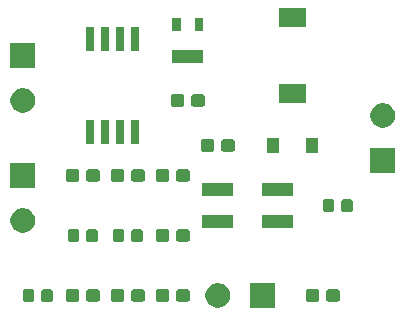
<source format=gbr>
G04 #@! TF.GenerationSoftware,KiCad,Pcbnew,(5.1.2)-1*
G04 #@! TF.CreationDate,2019-09-27T08:17:11+00:00*
G04 #@! TF.ProjectId,lilikitPCB,6c696c69-6b69-4745-9043-422e6b696361,V01*
G04 #@! TF.SameCoordinates,Original*
G04 #@! TF.FileFunction,Soldermask,Top*
G04 #@! TF.FilePolarity,Negative*
%FSLAX46Y46*%
G04 Gerber Fmt 4.6, Leading zero omitted, Abs format (unit mm)*
G04 Created by KiCad (PCBNEW (5.1.2)-1) date 2019-09-27 08:17:11*
%MOMM*%
%LPD*%
G04 APERTURE LIST*
%ADD10C,0.100000*%
G04 APERTURE END LIST*
D10*
G36*
X105190490Y-109000490D02*
G01*
X103089510Y-109000490D01*
X103089510Y-106899510D01*
X105190490Y-106899510D01*
X105190490Y-109000490D01*
X105190490Y-109000490D01*
G37*
G36*
X100636416Y-106939879D02*
G01*
X100827592Y-107019067D01*
X100827594Y-107019068D01*
X100999648Y-107134031D01*
X101145969Y-107280352D01*
X101255329Y-107444020D01*
X101260933Y-107452408D01*
X101340121Y-107643584D01*
X101380490Y-107846534D01*
X101380490Y-108053466D01*
X101340121Y-108256416D01*
X101273668Y-108416847D01*
X101260932Y-108447594D01*
X101145969Y-108619648D01*
X100999648Y-108765969D01*
X100827594Y-108880932D01*
X100827593Y-108880933D01*
X100827592Y-108880933D01*
X100636416Y-108960121D01*
X100433466Y-109000490D01*
X100226534Y-109000490D01*
X100023584Y-108960121D01*
X99832408Y-108880933D01*
X99832407Y-108880933D01*
X99832406Y-108880932D01*
X99660352Y-108765969D01*
X99514031Y-108619648D01*
X99399068Y-108447594D01*
X99386332Y-108416847D01*
X99319879Y-108256416D01*
X99279510Y-108053466D01*
X99279510Y-107846534D01*
X99319879Y-107643584D01*
X99399067Y-107452408D01*
X99404672Y-107444020D01*
X99514031Y-107280352D01*
X99660352Y-107134031D01*
X99832406Y-107019068D01*
X99832408Y-107019067D01*
X100023584Y-106939879D01*
X100226534Y-106899510D01*
X100433466Y-106899510D01*
X100636416Y-106939879D01*
X100636416Y-106939879D01*
G37*
G36*
X110509499Y-107428445D02*
G01*
X110546995Y-107439820D01*
X110581554Y-107458292D01*
X110611847Y-107483153D01*
X110636708Y-107513446D01*
X110655180Y-107548005D01*
X110666555Y-107585501D01*
X110671000Y-107630638D01*
X110671000Y-108269362D01*
X110666555Y-108314499D01*
X110655180Y-108351995D01*
X110636708Y-108386554D01*
X110611847Y-108416847D01*
X110581554Y-108441708D01*
X110546995Y-108460180D01*
X110509499Y-108471555D01*
X110464362Y-108476000D01*
X109725638Y-108476000D01*
X109680501Y-108471555D01*
X109643005Y-108460180D01*
X109608446Y-108441708D01*
X109578153Y-108416847D01*
X109553292Y-108386554D01*
X109534820Y-108351995D01*
X109523445Y-108314499D01*
X109519000Y-108269362D01*
X109519000Y-107630638D01*
X109523445Y-107585501D01*
X109534820Y-107548005D01*
X109553292Y-107513446D01*
X109578153Y-107483153D01*
X109608446Y-107458292D01*
X109643005Y-107439820D01*
X109680501Y-107428445D01*
X109725638Y-107424000D01*
X110464362Y-107424000D01*
X110509499Y-107428445D01*
X110509499Y-107428445D01*
G37*
G36*
X93999499Y-107428445D02*
G01*
X94036995Y-107439820D01*
X94071554Y-107458292D01*
X94101847Y-107483153D01*
X94126708Y-107513446D01*
X94145180Y-107548005D01*
X94156555Y-107585501D01*
X94161000Y-107630638D01*
X94161000Y-108269362D01*
X94156555Y-108314499D01*
X94145180Y-108351995D01*
X94126708Y-108386554D01*
X94101847Y-108416847D01*
X94071554Y-108441708D01*
X94036995Y-108460180D01*
X93999499Y-108471555D01*
X93954362Y-108476000D01*
X93215638Y-108476000D01*
X93170501Y-108471555D01*
X93133005Y-108460180D01*
X93098446Y-108441708D01*
X93068153Y-108416847D01*
X93043292Y-108386554D01*
X93024820Y-108351995D01*
X93013445Y-108314499D01*
X93009000Y-108269362D01*
X93009000Y-107630638D01*
X93013445Y-107585501D01*
X93024820Y-107548005D01*
X93043292Y-107513446D01*
X93068153Y-107483153D01*
X93098446Y-107458292D01*
X93133005Y-107439820D01*
X93170501Y-107428445D01*
X93215638Y-107424000D01*
X93954362Y-107424000D01*
X93999499Y-107428445D01*
X93999499Y-107428445D01*
G37*
G36*
X92249499Y-107428445D02*
G01*
X92286995Y-107439820D01*
X92321554Y-107458292D01*
X92351847Y-107483153D01*
X92376708Y-107513446D01*
X92395180Y-107548005D01*
X92406555Y-107585501D01*
X92411000Y-107630638D01*
X92411000Y-108269362D01*
X92406555Y-108314499D01*
X92395180Y-108351995D01*
X92376708Y-108386554D01*
X92351847Y-108416847D01*
X92321554Y-108441708D01*
X92286995Y-108460180D01*
X92249499Y-108471555D01*
X92204362Y-108476000D01*
X91465638Y-108476000D01*
X91420501Y-108471555D01*
X91383005Y-108460180D01*
X91348446Y-108441708D01*
X91318153Y-108416847D01*
X91293292Y-108386554D01*
X91274820Y-108351995D01*
X91263445Y-108314499D01*
X91259000Y-108269362D01*
X91259000Y-107630638D01*
X91263445Y-107585501D01*
X91274820Y-107548005D01*
X91293292Y-107513446D01*
X91318153Y-107483153D01*
X91348446Y-107458292D01*
X91383005Y-107439820D01*
X91420501Y-107428445D01*
X91465638Y-107424000D01*
X92204362Y-107424000D01*
X92249499Y-107428445D01*
X92249499Y-107428445D01*
G37*
G36*
X86219591Y-107428085D02*
G01*
X86253569Y-107438393D01*
X86284890Y-107455134D01*
X86312339Y-107477661D01*
X86334866Y-107505110D01*
X86351607Y-107536431D01*
X86361915Y-107570409D01*
X86366000Y-107611890D01*
X86366000Y-108288110D01*
X86361915Y-108329591D01*
X86351607Y-108363569D01*
X86334866Y-108394890D01*
X86312339Y-108422339D01*
X86284890Y-108444866D01*
X86253569Y-108461607D01*
X86219591Y-108471915D01*
X86178110Y-108476000D01*
X85576890Y-108476000D01*
X85535409Y-108471915D01*
X85501431Y-108461607D01*
X85470110Y-108444866D01*
X85442661Y-108422339D01*
X85420134Y-108394890D01*
X85403393Y-108363569D01*
X85393085Y-108329591D01*
X85389000Y-108288110D01*
X85389000Y-107611890D01*
X85393085Y-107570409D01*
X85403393Y-107536431D01*
X85420134Y-107505110D01*
X85442661Y-107477661D01*
X85470110Y-107455134D01*
X85501431Y-107438393D01*
X85535409Y-107428085D01*
X85576890Y-107424000D01*
X86178110Y-107424000D01*
X86219591Y-107428085D01*
X86219591Y-107428085D01*
G37*
G36*
X84644591Y-107428085D02*
G01*
X84678569Y-107438393D01*
X84709890Y-107455134D01*
X84737339Y-107477661D01*
X84759866Y-107505110D01*
X84776607Y-107536431D01*
X84786915Y-107570409D01*
X84791000Y-107611890D01*
X84791000Y-108288110D01*
X84786915Y-108329591D01*
X84776607Y-108363569D01*
X84759866Y-108394890D01*
X84737339Y-108422339D01*
X84709890Y-108444866D01*
X84678569Y-108461607D01*
X84644591Y-108471915D01*
X84603110Y-108476000D01*
X84001890Y-108476000D01*
X83960409Y-108471915D01*
X83926431Y-108461607D01*
X83895110Y-108444866D01*
X83867661Y-108422339D01*
X83845134Y-108394890D01*
X83828393Y-108363569D01*
X83818085Y-108329591D01*
X83814000Y-108288110D01*
X83814000Y-107611890D01*
X83818085Y-107570409D01*
X83828393Y-107536431D01*
X83845134Y-107505110D01*
X83867661Y-107477661D01*
X83895110Y-107455134D01*
X83926431Y-107438393D01*
X83960409Y-107428085D01*
X84001890Y-107424000D01*
X84603110Y-107424000D01*
X84644591Y-107428085D01*
X84644591Y-107428085D01*
G37*
G36*
X97809499Y-107428445D02*
G01*
X97846995Y-107439820D01*
X97881554Y-107458292D01*
X97911847Y-107483153D01*
X97936708Y-107513446D01*
X97955180Y-107548005D01*
X97966555Y-107585501D01*
X97971000Y-107630638D01*
X97971000Y-108269362D01*
X97966555Y-108314499D01*
X97955180Y-108351995D01*
X97936708Y-108386554D01*
X97911847Y-108416847D01*
X97881554Y-108441708D01*
X97846995Y-108460180D01*
X97809499Y-108471555D01*
X97764362Y-108476000D01*
X97025638Y-108476000D01*
X96980501Y-108471555D01*
X96943005Y-108460180D01*
X96908446Y-108441708D01*
X96878153Y-108416847D01*
X96853292Y-108386554D01*
X96834820Y-108351995D01*
X96823445Y-108314499D01*
X96819000Y-108269362D01*
X96819000Y-107630638D01*
X96823445Y-107585501D01*
X96834820Y-107548005D01*
X96853292Y-107513446D01*
X96878153Y-107483153D01*
X96908446Y-107458292D01*
X96943005Y-107439820D01*
X96980501Y-107428445D01*
X97025638Y-107424000D01*
X97764362Y-107424000D01*
X97809499Y-107428445D01*
X97809499Y-107428445D01*
G37*
G36*
X96059499Y-107428445D02*
G01*
X96096995Y-107439820D01*
X96131554Y-107458292D01*
X96161847Y-107483153D01*
X96186708Y-107513446D01*
X96205180Y-107548005D01*
X96216555Y-107585501D01*
X96221000Y-107630638D01*
X96221000Y-108269362D01*
X96216555Y-108314499D01*
X96205180Y-108351995D01*
X96186708Y-108386554D01*
X96161847Y-108416847D01*
X96131554Y-108441708D01*
X96096995Y-108460180D01*
X96059499Y-108471555D01*
X96014362Y-108476000D01*
X95275638Y-108476000D01*
X95230501Y-108471555D01*
X95193005Y-108460180D01*
X95158446Y-108441708D01*
X95128153Y-108416847D01*
X95103292Y-108386554D01*
X95084820Y-108351995D01*
X95073445Y-108314499D01*
X95069000Y-108269362D01*
X95069000Y-107630638D01*
X95073445Y-107585501D01*
X95084820Y-107548005D01*
X95103292Y-107513446D01*
X95128153Y-107483153D01*
X95158446Y-107458292D01*
X95193005Y-107439820D01*
X95230501Y-107428445D01*
X95275638Y-107424000D01*
X96014362Y-107424000D01*
X96059499Y-107428445D01*
X96059499Y-107428445D01*
G37*
G36*
X88439499Y-107428445D02*
G01*
X88476995Y-107439820D01*
X88511554Y-107458292D01*
X88541847Y-107483153D01*
X88566708Y-107513446D01*
X88585180Y-107548005D01*
X88596555Y-107585501D01*
X88601000Y-107630638D01*
X88601000Y-108269362D01*
X88596555Y-108314499D01*
X88585180Y-108351995D01*
X88566708Y-108386554D01*
X88541847Y-108416847D01*
X88511554Y-108441708D01*
X88476995Y-108460180D01*
X88439499Y-108471555D01*
X88394362Y-108476000D01*
X87655638Y-108476000D01*
X87610501Y-108471555D01*
X87573005Y-108460180D01*
X87538446Y-108441708D01*
X87508153Y-108416847D01*
X87483292Y-108386554D01*
X87464820Y-108351995D01*
X87453445Y-108314499D01*
X87449000Y-108269362D01*
X87449000Y-107630638D01*
X87453445Y-107585501D01*
X87464820Y-107548005D01*
X87483292Y-107513446D01*
X87508153Y-107483153D01*
X87538446Y-107458292D01*
X87573005Y-107439820D01*
X87610501Y-107428445D01*
X87655638Y-107424000D01*
X88394362Y-107424000D01*
X88439499Y-107428445D01*
X88439499Y-107428445D01*
G37*
G36*
X90189499Y-107428445D02*
G01*
X90226995Y-107439820D01*
X90261554Y-107458292D01*
X90291847Y-107483153D01*
X90316708Y-107513446D01*
X90335180Y-107548005D01*
X90346555Y-107585501D01*
X90351000Y-107630638D01*
X90351000Y-108269362D01*
X90346555Y-108314499D01*
X90335180Y-108351995D01*
X90316708Y-108386554D01*
X90291847Y-108416847D01*
X90261554Y-108441708D01*
X90226995Y-108460180D01*
X90189499Y-108471555D01*
X90144362Y-108476000D01*
X89405638Y-108476000D01*
X89360501Y-108471555D01*
X89323005Y-108460180D01*
X89288446Y-108441708D01*
X89258153Y-108416847D01*
X89233292Y-108386554D01*
X89214820Y-108351995D01*
X89203445Y-108314499D01*
X89199000Y-108269362D01*
X89199000Y-107630638D01*
X89203445Y-107585501D01*
X89214820Y-107548005D01*
X89233292Y-107513446D01*
X89258153Y-107483153D01*
X89288446Y-107458292D01*
X89323005Y-107439820D01*
X89360501Y-107428445D01*
X89405638Y-107424000D01*
X90144362Y-107424000D01*
X90189499Y-107428445D01*
X90189499Y-107428445D01*
G37*
G36*
X108759499Y-107428445D02*
G01*
X108796995Y-107439820D01*
X108831554Y-107458292D01*
X108861847Y-107483153D01*
X108886708Y-107513446D01*
X108905180Y-107548005D01*
X108916555Y-107585501D01*
X108921000Y-107630638D01*
X108921000Y-108269362D01*
X108916555Y-108314499D01*
X108905180Y-108351995D01*
X108886708Y-108386554D01*
X108861847Y-108416847D01*
X108831554Y-108441708D01*
X108796995Y-108460180D01*
X108759499Y-108471555D01*
X108714362Y-108476000D01*
X107975638Y-108476000D01*
X107930501Y-108471555D01*
X107893005Y-108460180D01*
X107858446Y-108441708D01*
X107828153Y-108416847D01*
X107803292Y-108386554D01*
X107784820Y-108351995D01*
X107773445Y-108314499D01*
X107769000Y-108269362D01*
X107769000Y-107630638D01*
X107773445Y-107585501D01*
X107784820Y-107548005D01*
X107803292Y-107513446D01*
X107828153Y-107483153D01*
X107858446Y-107458292D01*
X107893005Y-107439820D01*
X107930501Y-107428445D01*
X107975638Y-107424000D01*
X108714362Y-107424000D01*
X108759499Y-107428445D01*
X108759499Y-107428445D01*
G37*
G36*
X88454591Y-102348085D02*
G01*
X88488569Y-102358393D01*
X88519890Y-102375134D01*
X88547339Y-102397661D01*
X88569866Y-102425110D01*
X88586607Y-102456431D01*
X88596915Y-102490409D01*
X88601000Y-102531890D01*
X88601000Y-103208110D01*
X88596915Y-103249591D01*
X88586607Y-103283569D01*
X88569866Y-103314890D01*
X88547339Y-103342339D01*
X88519890Y-103364866D01*
X88488569Y-103381607D01*
X88454591Y-103391915D01*
X88413110Y-103396000D01*
X87811890Y-103396000D01*
X87770409Y-103391915D01*
X87736431Y-103381607D01*
X87705110Y-103364866D01*
X87677661Y-103342339D01*
X87655134Y-103314890D01*
X87638393Y-103283569D01*
X87628085Y-103249591D01*
X87624000Y-103208110D01*
X87624000Y-102531890D01*
X87628085Y-102490409D01*
X87638393Y-102456431D01*
X87655134Y-102425110D01*
X87677661Y-102397661D01*
X87705110Y-102375134D01*
X87736431Y-102358393D01*
X87770409Y-102348085D01*
X87811890Y-102344000D01*
X88413110Y-102344000D01*
X88454591Y-102348085D01*
X88454591Y-102348085D01*
G37*
G36*
X96059499Y-102348445D02*
G01*
X96096995Y-102359820D01*
X96131554Y-102378292D01*
X96161847Y-102403153D01*
X96186708Y-102433446D01*
X96205180Y-102468005D01*
X96216555Y-102505501D01*
X96221000Y-102550638D01*
X96221000Y-103189362D01*
X96216555Y-103234499D01*
X96205180Y-103271995D01*
X96186708Y-103306554D01*
X96161847Y-103336847D01*
X96131554Y-103361708D01*
X96096995Y-103380180D01*
X96059499Y-103391555D01*
X96014362Y-103396000D01*
X95275638Y-103396000D01*
X95230501Y-103391555D01*
X95193005Y-103380180D01*
X95158446Y-103361708D01*
X95128153Y-103336847D01*
X95103292Y-103306554D01*
X95084820Y-103271995D01*
X95073445Y-103234499D01*
X95069000Y-103189362D01*
X95069000Y-102550638D01*
X95073445Y-102505501D01*
X95084820Y-102468005D01*
X95103292Y-102433446D01*
X95128153Y-102403153D01*
X95158446Y-102378292D01*
X95193005Y-102359820D01*
X95230501Y-102348445D01*
X95275638Y-102344000D01*
X96014362Y-102344000D01*
X96059499Y-102348445D01*
X96059499Y-102348445D01*
G37*
G36*
X97809499Y-102348445D02*
G01*
X97846995Y-102359820D01*
X97881554Y-102378292D01*
X97911847Y-102403153D01*
X97936708Y-102433446D01*
X97955180Y-102468005D01*
X97966555Y-102505501D01*
X97971000Y-102550638D01*
X97971000Y-103189362D01*
X97966555Y-103234499D01*
X97955180Y-103271995D01*
X97936708Y-103306554D01*
X97911847Y-103336847D01*
X97881554Y-103361708D01*
X97846995Y-103380180D01*
X97809499Y-103391555D01*
X97764362Y-103396000D01*
X97025638Y-103396000D01*
X96980501Y-103391555D01*
X96943005Y-103380180D01*
X96908446Y-103361708D01*
X96878153Y-103336847D01*
X96853292Y-103306554D01*
X96834820Y-103271995D01*
X96823445Y-103234499D01*
X96819000Y-103189362D01*
X96819000Y-102550638D01*
X96823445Y-102505501D01*
X96834820Y-102468005D01*
X96853292Y-102433446D01*
X96878153Y-102403153D01*
X96908446Y-102378292D01*
X96943005Y-102359820D01*
X96980501Y-102348445D01*
X97025638Y-102344000D01*
X97764362Y-102344000D01*
X97809499Y-102348445D01*
X97809499Y-102348445D01*
G37*
G36*
X92264591Y-102348085D02*
G01*
X92298569Y-102358393D01*
X92329890Y-102375134D01*
X92357339Y-102397661D01*
X92379866Y-102425110D01*
X92396607Y-102456431D01*
X92406915Y-102490409D01*
X92411000Y-102531890D01*
X92411000Y-103208110D01*
X92406915Y-103249591D01*
X92396607Y-103283569D01*
X92379866Y-103314890D01*
X92357339Y-103342339D01*
X92329890Y-103364866D01*
X92298569Y-103381607D01*
X92264591Y-103391915D01*
X92223110Y-103396000D01*
X91621890Y-103396000D01*
X91580409Y-103391915D01*
X91546431Y-103381607D01*
X91515110Y-103364866D01*
X91487661Y-103342339D01*
X91465134Y-103314890D01*
X91448393Y-103283569D01*
X91438085Y-103249591D01*
X91434000Y-103208110D01*
X91434000Y-102531890D01*
X91438085Y-102490409D01*
X91448393Y-102456431D01*
X91465134Y-102425110D01*
X91487661Y-102397661D01*
X91515110Y-102375134D01*
X91546431Y-102358393D01*
X91580409Y-102348085D01*
X91621890Y-102344000D01*
X92223110Y-102344000D01*
X92264591Y-102348085D01*
X92264591Y-102348085D01*
G37*
G36*
X93839591Y-102348085D02*
G01*
X93873569Y-102358393D01*
X93904890Y-102375134D01*
X93932339Y-102397661D01*
X93954866Y-102425110D01*
X93971607Y-102456431D01*
X93981915Y-102490409D01*
X93986000Y-102531890D01*
X93986000Y-103208110D01*
X93981915Y-103249591D01*
X93971607Y-103283569D01*
X93954866Y-103314890D01*
X93932339Y-103342339D01*
X93904890Y-103364866D01*
X93873569Y-103381607D01*
X93839591Y-103391915D01*
X93798110Y-103396000D01*
X93196890Y-103396000D01*
X93155409Y-103391915D01*
X93121431Y-103381607D01*
X93090110Y-103364866D01*
X93062661Y-103342339D01*
X93040134Y-103314890D01*
X93023393Y-103283569D01*
X93013085Y-103249591D01*
X93009000Y-103208110D01*
X93009000Y-102531890D01*
X93013085Y-102490409D01*
X93023393Y-102456431D01*
X93040134Y-102425110D01*
X93062661Y-102397661D01*
X93090110Y-102375134D01*
X93121431Y-102358393D01*
X93155409Y-102348085D01*
X93196890Y-102344000D01*
X93798110Y-102344000D01*
X93839591Y-102348085D01*
X93839591Y-102348085D01*
G37*
G36*
X90029591Y-102348085D02*
G01*
X90063569Y-102358393D01*
X90094890Y-102375134D01*
X90122339Y-102397661D01*
X90144866Y-102425110D01*
X90161607Y-102456431D01*
X90171915Y-102490409D01*
X90176000Y-102531890D01*
X90176000Y-103208110D01*
X90171915Y-103249591D01*
X90161607Y-103283569D01*
X90144866Y-103314890D01*
X90122339Y-103342339D01*
X90094890Y-103364866D01*
X90063569Y-103381607D01*
X90029591Y-103391915D01*
X89988110Y-103396000D01*
X89386890Y-103396000D01*
X89345409Y-103391915D01*
X89311431Y-103381607D01*
X89280110Y-103364866D01*
X89252661Y-103342339D01*
X89230134Y-103314890D01*
X89213393Y-103283569D01*
X89203085Y-103249591D01*
X89199000Y-103208110D01*
X89199000Y-102531890D01*
X89203085Y-102490409D01*
X89213393Y-102456431D01*
X89230134Y-102425110D01*
X89252661Y-102397661D01*
X89280110Y-102375134D01*
X89311431Y-102358393D01*
X89345409Y-102348085D01*
X89386890Y-102344000D01*
X89988110Y-102344000D01*
X90029591Y-102348085D01*
X90029591Y-102348085D01*
G37*
G36*
X84126416Y-100589879D02*
G01*
X84317592Y-100669067D01*
X84317594Y-100669068D01*
X84371699Y-100705220D01*
X84489648Y-100784031D01*
X84635969Y-100930352D01*
X84750933Y-101102408D01*
X84830121Y-101293584D01*
X84870490Y-101496534D01*
X84870490Y-101703466D01*
X84830121Y-101906416D01*
X84750933Y-102097592D01*
X84750932Y-102097594D01*
X84635969Y-102269648D01*
X84489648Y-102415969D01*
X84317594Y-102530932D01*
X84317593Y-102530933D01*
X84317592Y-102530933D01*
X84126416Y-102610121D01*
X83923466Y-102650490D01*
X83716534Y-102650490D01*
X83513584Y-102610121D01*
X83322408Y-102530933D01*
X83322407Y-102530933D01*
X83322406Y-102530932D01*
X83150352Y-102415969D01*
X83004031Y-102269648D01*
X82889068Y-102097594D01*
X82889067Y-102097592D01*
X82809879Y-101906416D01*
X82769510Y-101703466D01*
X82769510Y-101496534D01*
X82809879Y-101293584D01*
X82889067Y-101102408D01*
X83004031Y-100930352D01*
X83150352Y-100784031D01*
X83268301Y-100705220D01*
X83322406Y-100669068D01*
X83322408Y-100669067D01*
X83513584Y-100589879D01*
X83716534Y-100549510D01*
X83923466Y-100549510D01*
X84126416Y-100589879D01*
X84126416Y-100589879D01*
G37*
G36*
X101631000Y-102256000D02*
G01*
X99029000Y-102256000D01*
X99029000Y-101104000D01*
X101631000Y-101104000D01*
X101631000Y-102256000D01*
X101631000Y-102256000D01*
G37*
G36*
X106711000Y-102256000D02*
G01*
X104109000Y-102256000D01*
X104109000Y-101104000D01*
X106711000Y-101104000D01*
X106711000Y-102256000D01*
X106711000Y-102256000D01*
G37*
G36*
X110044591Y-99808085D02*
G01*
X110078569Y-99818393D01*
X110109890Y-99835134D01*
X110137339Y-99857661D01*
X110159866Y-99885110D01*
X110176607Y-99916431D01*
X110186915Y-99950409D01*
X110191000Y-99991890D01*
X110191000Y-100668110D01*
X110186915Y-100709591D01*
X110176607Y-100743569D01*
X110159866Y-100774890D01*
X110137339Y-100802339D01*
X110109890Y-100824866D01*
X110078569Y-100841607D01*
X110044591Y-100851915D01*
X110003110Y-100856000D01*
X109401890Y-100856000D01*
X109360409Y-100851915D01*
X109326431Y-100841607D01*
X109295110Y-100824866D01*
X109267661Y-100802339D01*
X109245134Y-100774890D01*
X109228393Y-100743569D01*
X109218085Y-100709591D01*
X109214000Y-100668110D01*
X109214000Y-99991890D01*
X109218085Y-99950409D01*
X109228393Y-99916431D01*
X109245134Y-99885110D01*
X109267661Y-99857661D01*
X109295110Y-99835134D01*
X109326431Y-99818393D01*
X109360409Y-99808085D01*
X109401890Y-99804000D01*
X110003110Y-99804000D01*
X110044591Y-99808085D01*
X110044591Y-99808085D01*
G37*
G36*
X111619591Y-99808085D02*
G01*
X111653569Y-99818393D01*
X111684890Y-99835134D01*
X111712339Y-99857661D01*
X111734866Y-99885110D01*
X111751607Y-99916431D01*
X111761915Y-99950409D01*
X111766000Y-99991890D01*
X111766000Y-100668110D01*
X111761915Y-100709591D01*
X111751607Y-100743569D01*
X111734866Y-100774890D01*
X111712339Y-100802339D01*
X111684890Y-100824866D01*
X111653569Y-100841607D01*
X111619591Y-100851915D01*
X111578110Y-100856000D01*
X110976890Y-100856000D01*
X110935409Y-100851915D01*
X110901431Y-100841607D01*
X110870110Y-100824866D01*
X110842661Y-100802339D01*
X110820134Y-100774890D01*
X110803393Y-100743569D01*
X110793085Y-100709591D01*
X110789000Y-100668110D01*
X110789000Y-99991890D01*
X110793085Y-99950409D01*
X110803393Y-99916431D01*
X110820134Y-99885110D01*
X110842661Y-99857661D01*
X110870110Y-99835134D01*
X110901431Y-99818393D01*
X110935409Y-99808085D01*
X110976890Y-99804000D01*
X111578110Y-99804000D01*
X111619591Y-99808085D01*
X111619591Y-99808085D01*
G37*
G36*
X101631000Y-99556000D02*
G01*
X99029000Y-99556000D01*
X99029000Y-98404000D01*
X101631000Y-98404000D01*
X101631000Y-99556000D01*
X101631000Y-99556000D01*
G37*
G36*
X106711000Y-99556000D02*
G01*
X104109000Y-99556000D01*
X104109000Y-98404000D01*
X106711000Y-98404000D01*
X106711000Y-99556000D01*
X106711000Y-99556000D01*
G37*
G36*
X84870490Y-98840490D02*
G01*
X82769510Y-98840490D01*
X82769510Y-96739510D01*
X84870490Y-96739510D01*
X84870490Y-98840490D01*
X84870490Y-98840490D01*
G37*
G36*
X88439499Y-97268445D02*
G01*
X88476995Y-97279820D01*
X88511554Y-97298292D01*
X88541847Y-97323153D01*
X88566708Y-97353446D01*
X88585180Y-97388005D01*
X88596555Y-97425501D01*
X88601000Y-97470638D01*
X88601000Y-98109362D01*
X88596555Y-98154499D01*
X88585180Y-98191995D01*
X88566708Y-98226554D01*
X88541847Y-98256847D01*
X88511554Y-98281708D01*
X88476995Y-98300180D01*
X88439499Y-98311555D01*
X88394362Y-98316000D01*
X87655638Y-98316000D01*
X87610501Y-98311555D01*
X87573005Y-98300180D01*
X87538446Y-98281708D01*
X87508153Y-98256847D01*
X87483292Y-98226554D01*
X87464820Y-98191995D01*
X87453445Y-98154499D01*
X87449000Y-98109362D01*
X87449000Y-97470638D01*
X87453445Y-97425501D01*
X87464820Y-97388005D01*
X87483292Y-97353446D01*
X87508153Y-97323153D01*
X87538446Y-97298292D01*
X87573005Y-97279820D01*
X87610501Y-97268445D01*
X87655638Y-97264000D01*
X88394362Y-97264000D01*
X88439499Y-97268445D01*
X88439499Y-97268445D01*
G37*
G36*
X93999499Y-97268445D02*
G01*
X94036995Y-97279820D01*
X94071554Y-97298292D01*
X94101847Y-97323153D01*
X94126708Y-97353446D01*
X94145180Y-97388005D01*
X94156555Y-97425501D01*
X94161000Y-97470638D01*
X94161000Y-98109362D01*
X94156555Y-98154499D01*
X94145180Y-98191995D01*
X94126708Y-98226554D01*
X94101847Y-98256847D01*
X94071554Y-98281708D01*
X94036995Y-98300180D01*
X93999499Y-98311555D01*
X93954362Y-98316000D01*
X93215638Y-98316000D01*
X93170501Y-98311555D01*
X93133005Y-98300180D01*
X93098446Y-98281708D01*
X93068153Y-98256847D01*
X93043292Y-98226554D01*
X93024820Y-98191995D01*
X93013445Y-98154499D01*
X93009000Y-98109362D01*
X93009000Y-97470638D01*
X93013445Y-97425501D01*
X93024820Y-97388005D01*
X93043292Y-97353446D01*
X93068153Y-97323153D01*
X93098446Y-97298292D01*
X93133005Y-97279820D01*
X93170501Y-97268445D01*
X93215638Y-97264000D01*
X93954362Y-97264000D01*
X93999499Y-97268445D01*
X93999499Y-97268445D01*
G37*
G36*
X96059499Y-97268445D02*
G01*
X96096995Y-97279820D01*
X96131554Y-97298292D01*
X96161847Y-97323153D01*
X96186708Y-97353446D01*
X96205180Y-97388005D01*
X96216555Y-97425501D01*
X96221000Y-97470638D01*
X96221000Y-98109362D01*
X96216555Y-98154499D01*
X96205180Y-98191995D01*
X96186708Y-98226554D01*
X96161847Y-98256847D01*
X96131554Y-98281708D01*
X96096995Y-98300180D01*
X96059499Y-98311555D01*
X96014362Y-98316000D01*
X95275638Y-98316000D01*
X95230501Y-98311555D01*
X95193005Y-98300180D01*
X95158446Y-98281708D01*
X95128153Y-98256847D01*
X95103292Y-98226554D01*
X95084820Y-98191995D01*
X95073445Y-98154499D01*
X95069000Y-98109362D01*
X95069000Y-97470638D01*
X95073445Y-97425501D01*
X95084820Y-97388005D01*
X95103292Y-97353446D01*
X95128153Y-97323153D01*
X95158446Y-97298292D01*
X95193005Y-97279820D01*
X95230501Y-97268445D01*
X95275638Y-97264000D01*
X96014362Y-97264000D01*
X96059499Y-97268445D01*
X96059499Y-97268445D01*
G37*
G36*
X90189499Y-97268445D02*
G01*
X90226995Y-97279820D01*
X90261554Y-97298292D01*
X90291847Y-97323153D01*
X90316708Y-97353446D01*
X90335180Y-97388005D01*
X90346555Y-97425501D01*
X90351000Y-97470638D01*
X90351000Y-98109362D01*
X90346555Y-98154499D01*
X90335180Y-98191995D01*
X90316708Y-98226554D01*
X90291847Y-98256847D01*
X90261554Y-98281708D01*
X90226995Y-98300180D01*
X90189499Y-98311555D01*
X90144362Y-98316000D01*
X89405638Y-98316000D01*
X89360501Y-98311555D01*
X89323005Y-98300180D01*
X89288446Y-98281708D01*
X89258153Y-98256847D01*
X89233292Y-98226554D01*
X89214820Y-98191995D01*
X89203445Y-98154499D01*
X89199000Y-98109362D01*
X89199000Y-97470638D01*
X89203445Y-97425501D01*
X89214820Y-97388005D01*
X89233292Y-97353446D01*
X89258153Y-97323153D01*
X89288446Y-97298292D01*
X89323005Y-97279820D01*
X89360501Y-97268445D01*
X89405638Y-97264000D01*
X90144362Y-97264000D01*
X90189499Y-97268445D01*
X90189499Y-97268445D01*
G37*
G36*
X92249499Y-97268445D02*
G01*
X92286995Y-97279820D01*
X92321554Y-97298292D01*
X92351847Y-97323153D01*
X92376708Y-97353446D01*
X92395180Y-97388005D01*
X92406555Y-97425501D01*
X92411000Y-97470638D01*
X92411000Y-98109362D01*
X92406555Y-98154499D01*
X92395180Y-98191995D01*
X92376708Y-98226554D01*
X92351847Y-98256847D01*
X92321554Y-98281708D01*
X92286995Y-98300180D01*
X92249499Y-98311555D01*
X92204362Y-98316000D01*
X91465638Y-98316000D01*
X91420501Y-98311555D01*
X91383005Y-98300180D01*
X91348446Y-98281708D01*
X91318153Y-98256847D01*
X91293292Y-98226554D01*
X91274820Y-98191995D01*
X91263445Y-98154499D01*
X91259000Y-98109362D01*
X91259000Y-97470638D01*
X91263445Y-97425501D01*
X91274820Y-97388005D01*
X91293292Y-97353446D01*
X91318153Y-97323153D01*
X91348446Y-97298292D01*
X91383005Y-97279820D01*
X91420501Y-97268445D01*
X91465638Y-97264000D01*
X92204362Y-97264000D01*
X92249499Y-97268445D01*
X92249499Y-97268445D01*
G37*
G36*
X97809499Y-97268445D02*
G01*
X97846995Y-97279820D01*
X97881554Y-97298292D01*
X97911847Y-97323153D01*
X97936708Y-97353446D01*
X97955180Y-97388005D01*
X97966555Y-97425501D01*
X97971000Y-97470638D01*
X97971000Y-98109362D01*
X97966555Y-98154499D01*
X97955180Y-98191995D01*
X97936708Y-98226554D01*
X97911847Y-98256847D01*
X97881554Y-98281708D01*
X97846995Y-98300180D01*
X97809499Y-98311555D01*
X97764362Y-98316000D01*
X97025638Y-98316000D01*
X96980501Y-98311555D01*
X96943005Y-98300180D01*
X96908446Y-98281708D01*
X96878153Y-98256847D01*
X96853292Y-98226554D01*
X96834820Y-98191995D01*
X96823445Y-98154499D01*
X96819000Y-98109362D01*
X96819000Y-97470638D01*
X96823445Y-97425501D01*
X96834820Y-97388005D01*
X96853292Y-97353446D01*
X96878153Y-97323153D01*
X96908446Y-97298292D01*
X96943005Y-97279820D01*
X96980501Y-97268445D01*
X97025638Y-97264000D01*
X97764362Y-97264000D01*
X97809499Y-97268445D01*
X97809499Y-97268445D01*
G37*
G36*
X115350490Y-97570490D02*
G01*
X113249510Y-97570490D01*
X113249510Y-95469510D01*
X115350490Y-95469510D01*
X115350490Y-97570490D01*
X115350490Y-97570490D01*
G37*
G36*
X105531000Y-95901000D02*
G01*
X104529000Y-95901000D01*
X104529000Y-94599000D01*
X105531000Y-94599000D01*
X105531000Y-95901000D01*
X105531000Y-95901000D01*
G37*
G36*
X108831000Y-95901000D02*
G01*
X107829000Y-95901000D01*
X107829000Y-94599000D01*
X108831000Y-94599000D01*
X108831000Y-95901000D01*
X108831000Y-95901000D01*
G37*
G36*
X101619499Y-94728445D02*
G01*
X101656995Y-94739820D01*
X101691554Y-94758292D01*
X101721847Y-94783153D01*
X101746708Y-94813446D01*
X101765180Y-94848005D01*
X101776555Y-94885501D01*
X101781000Y-94930638D01*
X101781000Y-95569362D01*
X101776555Y-95614499D01*
X101765180Y-95651995D01*
X101746708Y-95686554D01*
X101721847Y-95716847D01*
X101691554Y-95741708D01*
X101656995Y-95760180D01*
X101619499Y-95771555D01*
X101574362Y-95776000D01*
X100835638Y-95776000D01*
X100790501Y-95771555D01*
X100753005Y-95760180D01*
X100718446Y-95741708D01*
X100688153Y-95716847D01*
X100663292Y-95686554D01*
X100644820Y-95651995D01*
X100633445Y-95614499D01*
X100629000Y-95569362D01*
X100629000Y-94930638D01*
X100633445Y-94885501D01*
X100644820Y-94848005D01*
X100663292Y-94813446D01*
X100688153Y-94783153D01*
X100718446Y-94758292D01*
X100753005Y-94739820D01*
X100790501Y-94728445D01*
X100835638Y-94724000D01*
X101574362Y-94724000D01*
X101619499Y-94728445D01*
X101619499Y-94728445D01*
G37*
G36*
X99869499Y-94728445D02*
G01*
X99906995Y-94739820D01*
X99941554Y-94758292D01*
X99971847Y-94783153D01*
X99996708Y-94813446D01*
X100015180Y-94848005D01*
X100026555Y-94885501D01*
X100031000Y-94930638D01*
X100031000Y-95569362D01*
X100026555Y-95614499D01*
X100015180Y-95651995D01*
X99996708Y-95686554D01*
X99971847Y-95716847D01*
X99941554Y-95741708D01*
X99906995Y-95760180D01*
X99869499Y-95771555D01*
X99824362Y-95776000D01*
X99085638Y-95776000D01*
X99040501Y-95771555D01*
X99003005Y-95760180D01*
X98968446Y-95741708D01*
X98938153Y-95716847D01*
X98913292Y-95686554D01*
X98894820Y-95651995D01*
X98883445Y-95614499D01*
X98879000Y-95569362D01*
X98879000Y-94930638D01*
X98883445Y-94885501D01*
X98894820Y-94848005D01*
X98913292Y-94813446D01*
X98938153Y-94783153D01*
X98968446Y-94758292D01*
X99003005Y-94739820D01*
X99040501Y-94728445D01*
X99085638Y-94724000D01*
X99824362Y-94724000D01*
X99869499Y-94728445D01*
X99869499Y-94728445D01*
G37*
G36*
X89886000Y-95121000D02*
G01*
X89184000Y-95121000D01*
X89184000Y-93119000D01*
X89886000Y-93119000D01*
X89886000Y-95121000D01*
X89886000Y-95121000D01*
G37*
G36*
X91156000Y-95121000D02*
G01*
X90454000Y-95121000D01*
X90454000Y-93119000D01*
X91156000Y-93119000D01*
X91156000Y-95121000D01*
X91156000Y-95121000D01*
G37*
G36*
X92426000Y-95121000D02*
G01*
X91724000Y-95121000D01*
X91724000Y-93119000D01*
X92426000Y-93119000D01*
X92426000Y-95121000D01*
X92426000Y-95121000D01*
G37*
G36*
X93696000Y-95121000D02*
G01*
X92994000Y-95121000D01*
X92994000Y-93119000D01*
X93696000Y-93119000D01*
X93696000Y-95121000D01*
X93696000Y-95121000D01*
G37*
G36*
X114606416Y-91699879D02*
G01*
X114797592Y-91779067D01*
X114797594Y-91779068D01*
X114943492Y-91876554D01*
X114969648Y-91894031D01*
X115115969Y-92040352D01*
X115230933Y-92212408D01*
X115310121Y-92403584D01*
X115350490Y-92606534D01*
X115350490Y-92813466D01*
X115310121Y-93016416D01*
X115267629Y-93119000D01*
X115230932Y-93207594D01*
X115115969Y-93379648D01*
X114969648Y-93525969D01*
X114797594Y-93640932D01*
X114797593Y-93640933D01*
X114797592Y-93640933D01*
X114606416Y-93720121D01*
X114403466Y-93760490D01*
X114196534Y-93760490D01*
X113993584Y-93720121D01*
X113802408Y-93640933D01*
X113802407Y-93640933D01*
X113802406Y-93640932D01*
X113630352Y-93525969D01*
X113484031Y-93379648D01*
X113369068Y-93207594D01*
X113332371Y-93119000D01*
X113289879Y-93016416D01*
X113249510Y-92813466D01*
X113249510Y-92606534D01*
X113289879Y-92403584D01*
X113369067Y-92212408D01*
X113484031Y-92040352D01*
X113630352Y-91894031D01*
X113656508Y-91876554D01*
X113802406Y-91779068D01*
X113802408Y-91779067D01*
X113993584Y-91699879D01*
X114196534Y-91659510D01*
X114403466Y-91659510D01*
X114606416Y-91699879D01*
X114606416Y-91699879D01*
G37*
G36*
X84126416Y-90429879D02*
G01*
X84317592Y-90509067D01*
X84317594Y-90509068D01*
X84489648Y-90624031D01*
X84635969Y-90770352D01*
X84745329Y-90934020D01*
X84750933Y-90942408D01*
X84830121Y-91133584D01*
X84870490Y-91336534D01*
X84870490Y-91543466D01*
X84830121Y-91746416D01*
X84763668Y-91906847D01*
X84750932Y-91937594D01*
X84635969Y-92109648D01*
X84489648Y-92255969D01*
X84317594Y-92370932D01*
X84317593Y-92370933D01*
X84317592Y-92370933D01*
X84126416Y-92450121D01*
X83923466Y-92490490D01*
X83716534Y-92490490D01*
X83513584Y-92450121D01*
X83322408Y-92370933D01*
X83322407Y-92370933D01*
X83322406Y-92370932D01*
X83150352Y-92255969D01*
X83004031Y-92109648D01*
X82889068Y-91937594D01*
X82876332Y-91906847D01*
X82809879Y-91746416D01*
X82769510Y-91543466D01*
X82769510Y-91336534D01*
X82809879Y-91133584D01*
X82889067Y-90942408D01*
X82894672Y-90934020D01*
X83004031Y-90770352D01*
X83150352Y-90624031D01*
X83322406Y-90509068D01*
X83322408Y-90509067D01*
X83513584Y-90429879D01*
X83716534Y-90389510D01*
X83923466Y-90389510D01*
X84126416Y-90429879D01*
X84126416Y-90429879D01*
G37*
G36*
X97329499Y-90918445D02*
G01*
X97366995Y-90929820D01*
X97401554Y-90948292D01*
X97431847Y-90973153D01*
X97456708Y-91003446D01*
X97475180Y-91038005D01*
X97486555Y-91075501D01*
X97491000Y-91120638D01*
X97491000Y-91759362D01*
X97486555Y-91804499D01*
X97475180Y-91841995D01*
X97456708Y-91876554D01*
X97431847Y-91906847D01*
X97401554Y-91931708D01*
X97366995Y-91950180D01*
X97329499Y-91961555D01*
X97284362Y-91966000D01*
X96545638Y-91966000D01*
X96500501Y-91961555D01*
X96463005Y-91950180D01*
X96428446Y-91931708D01*
X96398153Y-91906847D01*
X96373292Y-91876554D01*
X96354820Y-91841995D01*
X96343445Y-91804499D01*
X96339000Y-91759362D01*
X96339000Y-91120638D01*
X96343445Y-91075501D01*
X96354820Y-91038005D01*
X96373292Y-91003446D01*
X96398153Y-90973153D01*
X96428446Y-90948292D01*
X96463005Y-90929820D01*
X96500501Y-90918445D01*
X96545638Y-90914000D01*
X97284362Y-90914000D01*
X97329499Y-90918445D01*
X97329499Y-90918445D01*
G37*
G36*
X99079499Y-90918445D02*
G01*
X99116995Y-90929820D01*
X99151554Y-90948292D01*
X99181847Y-90973153D01*
X99206708Y-91003446D01*
X99225180Y-91038005D01*
X99236555Y-91075501D01*
X99241000Y-91120638D01*
X99241000Y-91759362D01*
X99236555Y-91804499D01*
X99225180Y-91841995D01*
X99206708Y-91876554D01*
X99181847Y-91906847D01*
X99151554Y-91931708D01*
X99116995Y-91950180D01*
X99079499Y-91961555D01*
X99034362Y-91966000D01*
X98295638Y-91966000D01*
X98250501Y-91961555D01*
X98213005Y-91950180D01*
X98178446Y-91931708D01*
X98148153Y-91906847D01*
X98123292Y-91876554D01*
X98104820Y-91841995D01*
X98093445Y-91804499D01*
X98089000Y-91759362D01*
X98089000Y-91120638D01*
X98093445Y-91075501D01*
X98104820Y-91038005D01*
X98123292Y-91003446D01*
X98148153Y-90973153D01*
X98178446Y-90948292D01*
X98213005Y-90929820D01*
X98250501Y-90918445D01*
X98295638Y-90914000D01*
X99034362Y-90914000D01*
X99079499Y-90918445D01*
X99079499Y-90918445D01*
G37*
G36*
X107831000Y-91631000D02*
G01*
X105529000Y-91631000D01*
X105529000Y-90029000D01*
X107831000Y-90029000D01*
X107831000Y-91631000D01*
X107831000Y-91631000D01*
G37*
G36*
X84870490Y-88680490D02*
G01*
X82769510Y-88680490D01*
X82769510Y-86579510D01*
X84870490Y-86579510D01*
X84870490Y-88680490D01*
X84870490Y-88680490D01*
G37*
G36*
X99091000Y-88286000D02*
G01*
X96489000Y-88286000D01*
X96489000Y-87134000D01*
X99091000Y-87134000D01*
X99091000Y-88286000D01*
X99091000Y-88286000D01*
G37*
G36*
X93696000Y-87221000D02*
G01*
X92994000Y-87221000D01*
X92994000Y-85219000D01*
X93696000Y-85219000D01*
X93696000Y-87221000D01*
X93696000Y-87221000D01*
G37*
G36*
X92426000Y-87221000D02*
G01*
X91724000Y-87221000D01*
X91724000Y-85219000D01*
X92426000Y-85219000D01*
X92426000Y-87221000D01*
X92426000Y-87221000D01*
G37*
G36*
X91156000Y-87221000D02*
G01*
X90454000Y-87221000D01*
X90454000Y-85219000D01*
X91156000Y-85219000D01*
X91156000Y-87221000D01*
X91156000Y-87221000D01*
G37*
G36*
X89886000Y-87221000D02*
G01*
X89184000Y-87221000D01*
X89184000Y-85219000D01*
X89886000Y-85219000D01*
X89886000Y-87221000D01*
X89886000Y-87221000D01*
G37*
G36*
X97191000Y-85586000D02*
G01*
X96489000Y-85586000D01*
X96489000Y-84434000D01*
X97191000Y-84434000D01*
X97191000Y-85586000D01*
X97191000Y-85586000D01*
G37*
G36*
X99091000Y-85586000D02*
G01*
X98389000Y-85586000D01*
X98389000Y-84434000D01*
X99091000Y-84434000D01*
X99091000Y-85586000D01*
X99091000Y-85586000D01*
G37*
G36*
X107831000Y-85231000D02*
G01*
X105529000Y-85231000D01*
X105529000Y-83629000D01*
X107831000Y-83629000D01*
X107831000Y-85231000D01*
X107831000Y-85231000D01*
G37*
M02*

</source>
